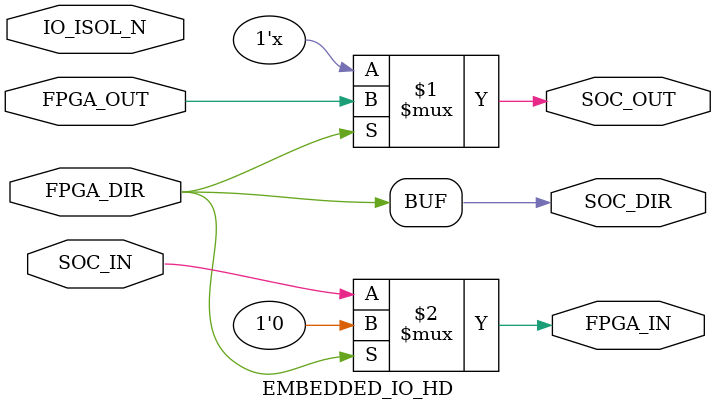
<source format=v>
module EMBEDDED_IO_HD (
    input wire IO_ISOL_N,
    input wire SOC_IN,
    output wire SOC_OUT,
    output wire SOC_DIR,
    input wire FPGA_OUT,
    input wire FPGA_DIR,
    output wire FPGA_IN
);

// Simple bidirectional I/O logic
// When FPGA_DIR=1, output mode; when FPGA_DIR=0, input mode

assign SOC_OUT = FPGA_DIR ? FPGA_OUT : 1'bz;
assign FPGA_IN = FPGA_DIR ? 1'b0 : SOC_IN;
assign SOC_DIR = FPGA_DIR;

endmodule


</source>
